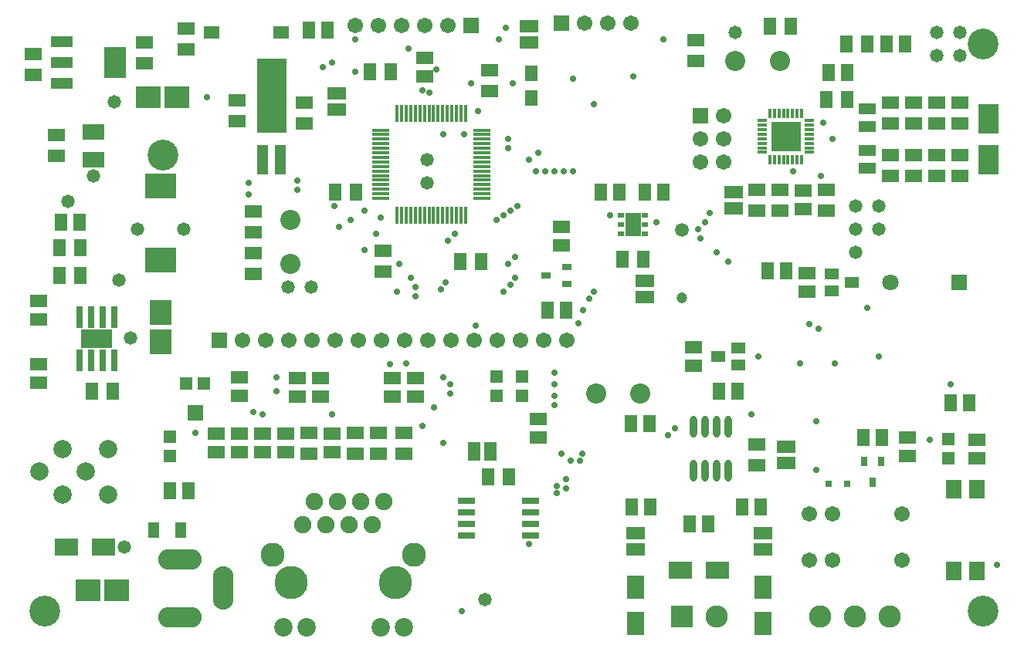
<source format=gts>
G04 Layer_Color=8388736*
%FSLAX25Y25*%
%MOIN*%
G70*
G01*
G75*
%ADD96R,0.04737X0.07099*%
%ADD97R,0.05800X0.07300*%
%ADD98R,0.07300X0.05800*%
%ADD99R,0.05524X0.05524*%
%ADD100R,0.04737X0.12611*%
%ADD101R,0.12611X0.32296*%
%ADD102R,0.05524X0.05524*%
%ADD103R,0.07099X0.06706*%
%ADD104R,0.06312X0.04737*%
%ADD105R,0.06706X0.05524*%
%ADD106R,0.04343X0.03162*%
%ADD107R,0.03162X0.04343*%
%ADD108R,0.08674X0.12611*%
%ADD109R,0.07257X0.04737*%
%ADD110R,0.13398X0.10642*%
%ADD111R,0.13005X0.13005*%
%ADD112R,0.04343X0.01745*%
%ADD113R,0.01745X0.04343*%
%ADD114O,0.03162X0.09461*%
%ADD115R,0.07296X0.03162*%
%ADD116R,0.01784X0.07690*%
%ADD117R,0.07690X0.01784*%
%ADD118R,0.06706X0.08083*%
%ADD119R,0.09265X0.13595*%
%ADD120R,0.09265X0.04540*%
%ADD121R,0.03162X0.09461*%
%ADD122R,0.13398X0.08477*%
%ADD123R,0.08083X0.05721*%
%ADD124R,0.05721X0.08083*%
%ADD125R,0.07257X0.10249*%
%ADD126R,0.10249X0.07257*%
%ADD127R,0.03123X0.02572*%
%ADD128R,0.10642X0.09265*%
%ADD129R,0.09265X0.10642*%
%ADD130R,0.05721X0.07099*%
%ADD131R,0.09658X0.07099*%
%ADD132R,0.06706X0.10249*%
%ADD133R,0.03162X0.02375*%
%ADD134C,0.08674*%
%ADD135C,0.04737*%
%ADD136C,0.05918*%
%ADD137C,0.06706*%
%ADD138R,0.06706X0.06706*%
%ADD139C,0.13300*%
%ADD140C,0.09658*%
%ADD141R,0.09658X0.09658*%
%ADD142C,0.07099*%
%ADD143R,0.07099X0.07099*%
%ADD144C,0.07887*%
%ADD145C,0.14383*%
%ADD146C,0.07965*%
%ADD147C,0.07493*%
%ADD148C,0.10367*%
%ADD149O,0.18800X0.08800*%
%ADD150O,0.08800X0.18800*%
%ADD151C,0.05800*%
%ADD152C,0.02769*%
D96*
X73905Y50000D02*
D03*
X62094D02*
D03*
D97*
X268000Y96000D02*
D03*
X276000D02*
D03*
X386500Y260000D02*
D03*
X378500D02*
D03*
X361500Y247500D02*
D03*
X353500D02*
D03*
X324000Y60000D02*
D03*
X316000D02*
D03*
X314000Y110000D02*
D03*
X306000D02*
D03*
X301500Y52500D02*
D03*
X293500D02*
D03*
X276500Y60000D02*
D03*
X268500D02*
D03*
X274000Y196000D02*
D03*
X282000D02*
D03*
X263000D02*
D03*
X255000D02*
D03*
X129000Y266000D02*
D03*
X137000D02*
D03*
X232000Y145000D02*
D03*
X240000D02*
D03*
X368500Y90000D02*
D03*
X376500D02*
D03*
X406000Y105000D02*
D03*
X414000D02*
D03*
X22000Y183000D02*
D03*
X30000D02*
D03*
X77000Y67000D02*
D03*
X69000D02*
D03*
X361000Y260000D02*
D03*
X370000D02*
D03*
X352500Y236000D02*
D03*
X361500D02*
D03*
X328000Y267500D02*
D03*
X337000D02*
D03*
X206500Y73000D02*
D03*
X215500D02*
D03*
X164500Y248000D02*
D03*
X155500D02*
D03*
X194500Y166000D02*
D03*
X203500D02*
D03*
X140500Y196000D02*
D03*
X149500D02*
D03*
X264500Y167000D02*
D03*
X273500D02*
D03*
X30500Y172000D02*
D03*
X21500D02*
D03*
X30500Y160000D02*
D03*
X21500D02*
D03*
X35500Y110000D02*
D03*
X44500D02*
D03*
X335000Y162000D02*
D03*
X327000D02*
D03*
D98*
X228000Y98000D02*
D03*
Y90000D02*
D03*
X295000Y121000D02*
D03*
Y129000D02*
D03*
X342500Y188500D02*
D03*
Y196500D02*
D03*
X179000Y246000D02*
D03*
Y254000D02*
D03*
X238000Y181000D02*
D03*
Y173000D02*
D03*
X99000Y108000D02*
D03*
Y116000D02*
D03*
X387500Y82000D02*
D03*
Y90000D02*
D03*
X417500Y81000D02*
D03*
Y89000D02*
D03*
X165000Y115500D02*
D03*
Y107500D02*
D03*
X134000Y115500D02*
D03*
Y107500D02*
D03*
X124000D02*
D03*
Y115500D02*
D03*
X175000Y107500D02*
D03*
Y115500D02*
D03*
X99000Y83500D02*
D03*
Y91500D02*
D03*
X119000Y83500D02*
D03*
Y91500D02*
D03*
X139000Y83500D02*
D03*
Y91500D02*
D03*
X89000Y83500D02*
D03*
Y91500D02*
D03*
X109000Y83500D02*
D03*
Y91500D02*
D03*
X12500Y113500D02*
D03*
Y121500D02*
D03*
Y141000D02*
D03*
Y149000D02*
D03*
X352500Y197000D02*
D03*
Y188000D02*
D03*
X332500Y197000D02*
D03*
Y188000D02*
D03*
X390000Y212000D02*
D03*
Y203000D02*
D03*
X410000D02*
D03*
Y212000D02*
D03*
X400000Y203000D02*
D03*
Y212000D02*
D03*
X380000D02*
D03*
Y203000D02*
D03*
X410000Y225500D02*
D03*
Y234500D02*
D03*
X400000Y225500D02*
D03*
Y234500D02*
D03*
X380000D02*
D03*
Y225500D02*
D03*
X390000D02*
D03*
Y234500D02*
D03*
X296000Y261500D02*
D03*
Y252500D02*
D03*
X322500Y197000D02*
D03*
Y188000D02*
D03*
Y78000D02*
D03*
Y87000D02*
D03*
X98000Y226500D02*
D03*
Y235500D02*
D03*
X127000Y225500D02*
D03*
Y234500D02*
D03*
X76000Y266500D02*
D03*
Y257500D02*
D03*
X105000Y160500D02*
D03*
Y169500D02*
D03*
Y187500D02*
D03*
Y178500D02*
D03*
X161000Y161500D02*
D03*
Y170500D02*
D03*
X207000Y248500D02*
D03*
Y239500D02*
D03*
X159000Y92000D02*
D03*
Y83000D02*
D03*
X170000D02*
D03*
Y92000D02*
D03*
X129000Y83000D02*
D03*
Y92000D02*
D03*
X149000Y83000D02*
D03*
Y92000D02*
D03*
X58000Y260500D02*
D03*
Y251500D02*
D03*
X10000Y255500D02*
D03*
Y246500D02*
D03*
X20000Y211500D02*
D03*
Y220500D02*
D03*
X344000Y161000D02*
D03*
Y153000D02*
D03*
D99*
X221001Y107865D02*
D03*
Y116133D02*
D03*
X210001Y107865D02*
D03*
Y116133D02*
D03*
X404999Y80867D02*
D03*
Y89135D02*
D03*
X69000Y90134D02*
D03*
Y81866D02*
D03*
D100*
X116937Y210000D02*
D03*
X109063D02*
D03*
D101*
X113000Y237559D02*
D03*
D102*
X83937Y113299D02*
D03*
X76063D02*
D03*
D103*
X80000Y100504D02*
D03*
D104*
X305669Y125000D02*
D03*
X314331Y128740D02*
D03*
Y121260D02*
D03*
X363331Y157000D02*
D03*
X354669Y153260D02*
D03*
Y160740D02*
D03*
D105*
X117315Y265000D02*
D03*
X87000D02*
D03*
D106*
X240528Y156260D02*
D03*
Y163740D02*
D03*
X231472Y160000D02*
D03*
D107*
X376240Y79528D02*
D03*
X368760D02*
D03*
X372500Y70472D02*
D03*
D108*
X422500Y227500D02*
D03*
Y209784D02*
D03*
D109*
X370000Y213858D02*
D03*
Y206142D02*
D03*
Y224142D02*
D03*
Y231858D02*
D03*
D110*
X65000Y166555D02*
D03*
Y198445D02*
D03*
D111*
X335000Y220000D02*
D03*
D112*
X324961Y213110D02*
D03*
Y215079D02*
D03*
Y217047D02*
D03*
Y219016D02*
D03*
Y220984D02*
D03*
Y222953D02*
D03*
Y224921D02*
D03*
Y226890D02*
D03*
X345039D02*
D03*
Y224921D02*
D03*
Y222953D02*
D03*
Y220984D02*
D03*
Y219016D02*
D03*
Y217047D02*
D03*
Y215079D02*
D03*
Y213110D02*
D03*
D113*
X328110Y230039D02*
D03*
X330079D02*
D03*
X332047D02*
D03*
X334016D02*
D03*
X335984D02*
D03*
X337953D02*
D03*
X339921D02*
D03*
X341890D02*
D03*
Y209961D02*
D03*
X339921D02*
D03*
X337953D02*
D03*
X335984D02*
D03*
X334016D02*
D03*
X332047D02*
D03*
X330079D02*
D03*
X328110D02*
D03*
D114*
X310000Y94449D02*
D03*
X305000D02*
D03*
X300000D02*
D03*
X295000D02*
D03*
X310000Y75551D02*
D03*
X305000D02*
D03*
X300000D02*
D03*
X295000D02*
D03*
D115*
X224878Y47500D02*
D03*
Y52500D02*
D03*
Y57500D02*
D03*
Y62500D02*
D03*
X197122Y47500D02*
D03*
Y52500D02*
D03*
Y57500D02*
D03*
Y62500D02*
D03*
D116*
X167236Y229949D02*
D03*
X169205D02*
D03*
X171173D02*
D03*
X173142D02*
D03*
X175110D02*
D03*
X177079D02*
D03*
X179047D02*
D03*
X181016D02*
D03*
X182984D02*
D03*
X184953D02*
D03*
X186921D02*
D03*
X188890D02*
D03*
X190858D02*
D03*
X192827D02*
D03*
X194795D02*
D03*
X196764D02*
D03*
Y186051D02*
D03*
X194795D02*
D03*
X192827D02*
D03*
X190858D02*
D03*
X188890D02*
D03*
X186921D02*
D03*
X184953D02*
D03*
X182984D02*
D03*
X181016D02*
D03*
X179047D02*
D03*
X177079D02*
D03*
X175110D02*
D03*
X173142D02*
D03*
X171173D02*
D03*
X169205D02*
D03*
X167236D02*
D03*
D117*
X203949Y222764D02*
D03*
Y220795D02*
D03*
Y218827D02*
D03*
Y216858D02*
D03*
Y214890D02*
D03*
Y212921D02*
D03*
Y210953D02*
D03*
Y208984D02*
D03*
Y207016D02*
D03*
Y205047D02*
D03*
Y203079D02*
D03*
Y201110D02*
D03*
Y199142D02*
D03*
Y197173D02*
D03*
Y195205D02*
D03*
Y193236D02*
D03*
X160051D02*
D03*
Y195205D02*
D03*
Y197173D02*
D03*
Y199142D02*
D03*
Y201110D02*
D03*
Y203079D02*
D03*
Y205047D02*
D03*
Y207016D02*
D03*
Y208984D02*
D03*
Y210953D02*
D03*
Y212921D02*
D03*
Y214890D02*
D03*
Y216858D02*
D03*
Y218827D02*
D03*
Y220795D02*
D03*
Y222764D02*
D03*
D118*
X417500Y67716D02*
D03*
X407500D02*
D03*
Y32283D02*
D03*
X417500D02*
D03*
D119*
X45417Y252000D02*
D03*
D120*
X22583Y242945D02*
D03*
Y252000D02*
D03*
Y261055D02*
D03*
D121*
X45000Y141850D02*
D03*
X40000D02*
D03*
X35000D02*
D03*
X30000D02*
D03*
X45000Y123150D02*
D03*
X40000D02*
D03*
X35000D02*
D03*
X30000D02*
D03*
D122*
X37500Y132500D02*
D03*
D123*
X312500Y189055D02*
D03*
Y195945D02*
D03*
X325000Y48445D02*
D03*
Y41555D02*
D03*
X270000Y48445D02*
D03*
Y41555D02*
D03*
X335000Y79055D02*
D03*
Y85945D02*
D03*
X141000Y238445D02*
D03*
Y231555D02*
D03*
X224000Y260555D02*
D03*
Y267445D02*
D03*
X274000Y157445D02*
D03*
Y150555D02*
D03*
D124*
X207445Y84000D02*
D03*
X200555D02*
D03*
D125*
X325000Y9626D02*
D03*
Y25374D02*
D03*
X270000Y9626D02*
D03*
Y25374D02*
D03*
D126*
X305374Y32500D02*
D03*
X289626D02*
D03*
X40374Y42500D02*
D03*
X24626D02*
D03*
D127*
X361653Y70000D02*
D03*
X353346D02*
D03*
D128*
X59701Y237000D02*
D03*
X72299D02*
D03*
X46299Y24000D02*
D03*
X33701D02*
D03*
D129*
X65000Y131201D02*
D03*
Y143799D02*
D03*
D130*
X225000Y236587D02*
D03*
Y247413D02*
D03*
D131*
X36000Y209996D02*
D03*
Y222004D02*
D03*
D132*
X269000Y182000D02*
D03*
D133*
X274315Y185937D02*
D03*
Y182000D02*
D03*
Y178063D02*
D03*
X263685D02*
D03*
Y182000D02*
D03*
Y185937D02*
D03*
D134*
X253000Y109000D02*
D03*
X272213D02*
D03*
X313287Y252500D02*
D03*
X332500D02*
D03*
X121000Y164787D02*
D03*
Y184000D02*
D03*
D135*
X290000Y150221D02*
D03*
D136*
Y179748D02*
D03*
D137*
X268000Y269000D02*
D03*
X258000D02*
D03*
X248000D02*
D03*
X385000Y37000D02*
D03*
X355000D02*
D03*
X345000D02*
D03*
Y57000D02*
D03*
X355000D02*
D03*
X385000D02*
D03*
X308000Y219000D02*
D03*
X298000D02*
D03*
X308000Y229000D02*
D03*
X298001Y209099D02*
D03*
X308001D02*
D03*
X159000Y268000D02*
D03*
X189000D02*
D03*
X179000D02*
D03*
X169000D02*
D03*
X149000D02*
D03*
X240551Y131890D02*
D03*
X180551D02*
D03*
X170551D02*
D03*
X160551D02*
D03*
X130551D02*
D03*
X100551D02*
D03*
X110551D02*
D03*
X120551D02*
D03*
X140551D02*
D03*
X150551D02*
D03*
X190551D02*
D03*
X200551D02*
D03*
X210551D02*
D03*
X220551D02*
D03*
X230551D02*
D03*
D138*
X238000Y269000D02*
D03*
X298000Y229000D02*
D03*
X199000Y268000D02*
D03*
X90551Y131890D02*
D03*
D139*
X66000Y212000D02*
D03*
X420000Y15000D02*
D03*
Y260000D02*
D03*
X15000Y15000D02*
D03*
D140*
X305000Y12500D02*
D03*
X379842D02*
D03*
X364843D02*
D03*
X349843D02*
D03*
D141*
X290000D02*
D03*
D142*
X380039Y157000D02*
D03*
D143*
X409961D02*
D03*
D144*
X32658Y75157D02*
D03*
X42500Y85000D02*
D03*
X22815D02*
D03*
Y65315D02*
D03*
X42500D02*
D03*
X12972Y75157D02*
D03*
D145*
X166595Y27252D02*
D03*
X121595D02*
D03*
D146*
X170177Y7961D02*
D03*
X160177D02*
D03*
X128012D02*
D03*
X118012D02*
D03*
D147*
X126594Y52252D02*
D03*
X131595Y62252D02*
D03*
X136594Y52252D02*
D03*
X141595Y62252D02*
D03*
X146595Y52252D02*
D03*
X151594Y62252D02*
D03*
X156595Y52252D02*
D03*
X161594Y62252D02*
D03*
D148*
X113602Y39260D02*
D03*
X174587D02*
D03*
D149*
X73622Y37402D02*
D03*
Y12205D02*
D03*
D150*
X92126Y24803D02*
D03*
D151*
X45000Y235000D02*
D03*
X75000Y180000D02*
D03*
X55000D02*
D03*
X180000Y200000D02*
D03*
Y210000D02*
D03*
X205000Y20000D02*
D03*
X130000Y155000D02*
D03*
X120000D02*
D03*
X410000Y255000D02*
D03*
Y265000D02*
D03*
X400000Y255000D02*
D03*
Y265000D02*
D03*
X375000Y180000D02*
D03*
Y190000D02*
D03*
X365000Y170000D02*
D03*
Y180000D02*
D03*
Y190000D02*
D03*
X313000Y265000D02*
D03*
X49500Y42500D02*
D03*
X47000Y158000D02*
D03*
X25000Y192000D02*
D03*
X36000Y203000D02*
D03*
X52000Y133000D02*
D03*
D152*
X224000Y44000D02*
D03*
X339331Y224331D02*
D03*
Y220000D02*
D03*
Y215669D02*
D03*
X335000Y224331D02*
D03*
Y220000D02*
D03*
Y215669D02*
D03*
X330669Y224331D02*
D03*
Y220000D02*
D03*
Y215669D02*
D03*
X41831Y134665D02*
D03*
Y130335D02*
D03*
X37500Y134665D02*
D03*
Y130335D02*
D03*
X33169Y134665D02*
D03*
Y130335D02*
D03*
X164000Y121615D02*
D03*
X201000Y138378D02*
D03*
X142000Y181000D02*
D03*
X171000Y122000D02*
D03*
X147000Y184000D02*
D03*
X168000Y165000D02*
D03*
X140000Y190000D02*
D03*
X153000Y171000D02*
D03*
X202000Y231000D02*
D03*
X426000Y35000D02*
D03*
X320000Y100000D02*
D03*
X235000Y118000D02*
D03*
Y113000D02*
D03*
Y108000D02*
D03*
Y104000D02*
D03*
X348000Y76000D02*
D03*
X300000Y183000D02*
D03*
X279000D02*
D03*
X215000Y219000D02*
D03*
X370000Y146000D02*
D03*
X297000Y180000D02*
D03*
X215000Y215000D02*
D03*
X259000Y186000D02*
D03*
X189000Y175000D02*
D03*
X192000Y178000D02*
D03*
X188000Y157000D02*
D03*
X247500Y145000D02*
D03*
X250000Y150000D02*
D03*
X287000Y94000D02*
D03*
X284000Y91000D02*
D03*
X186000Y154000D02*
D03*
X238000Y83000D02*
D03*
X167000Y153000D02*
D03*
X242000Y80000D02*
D03*
X173000Y159000D02*
D03*
X246000Y80000D02*
D03*
X175000Y155000D02*
D03*
X247000Y83000D02*
D03*
X175000Y151000D02*
D03*
X115000Y110000D02*
D03*
Y116000D02*
D03*
X236000Y66000D02*
D03*
Y69000D02*
D03*
X105000Y101000D02*
D03*
X190000Y109000D02*
D03*
X240000Y68000D02*
D03*
X190000Y113000D02*
D03*
X240000Y72000D02*
D03*
X252000Y234000D02*
D03*
X178000Y240000D02*
D03*
X181000Y239000D02*
D03*
X172000Y258000D02*
D03*
X139000Y252000D02*
D03*
X243000Y205000D02*
D03*
X224000Y210000D02*
D03*
X239000Y205000D02*
D03*
X227000D02*
D03*
X231000D02*
D03*
X235000D02*
D03*
X302000Y187000D02*
D03*
X85000Y237000D02*
D03*
X338000Y205000D02*
D03*
X351000Y226000D02*
D03*
X350000Y203000D02*
D03*
X355000Y219000D02*
D03*
X135000Y250000D02*
D03*
X149000Y262000D02*
D03*
X214000Y267000D02*
D03*
X211000Y262000D02*
D03*
X199000Y243000D02*
D03*
X153000Y188000D02*
D03*
X213000Y153000D02*
D03*
X252000D02*
D03*
X216000Y156000D02*
D03*
X218000Y159000D02*
D03*
X215000Y165000D02*
D03*
X218000Y168000D02*
D03*
X323000Y125000D02*
D03*
X160000Y185000D02*
D03*
X158000Y178000D02*
D03*
X217000Y243000D02*
D03*
X149000Y248000D02*
D03*
X345000Y139000D02*
D03*
X341000Y122000D02*
D03*
X349000Y137000D02*
D03*
X356000Y122000D02*
D03*
X348000Y97000D02*
D03*
X187000Y116000D02*
D03*
X178000Y95000D02*
D03*
X183000Y103000D02*
D03*
X195000Y15000D02*
D03*
X139000Y100000D02*
D03*
X109000D02*
D03*
X80000Y92000D02*
D03*
X228000Y213000D02*
D03*
X196000Y221000D02*
D03*
X397000Y89000D02*
D03*
X406000Y113000D02*
D03*
X310000Y166000D02*
D03*
X305000Y170000D02*
D03*
X298000Y176000D02*
D03*
X219000Y190000D02*
D03*
X216000Y188000D02*
D03*
X213000Y186000D02*
D03*
X210000Y184000D02*
D03*
X187000Y221000D02*
D03*
X375000Y125000D02*
D03*
X282000Y262000D02*
D03*
X187000Y87750D02*
D03*
X184000Y249000D02*
D03*
X124000Y197000D02*
D03*
Y201000D02*
D03*
X103000Y195000D02*
D03*
Y200000D02*
D03*
X245540Y139304D02*
D03*
X269000Y246000D02*
D03*
X243000Y245000D02*
D03*
M02*

</source>
